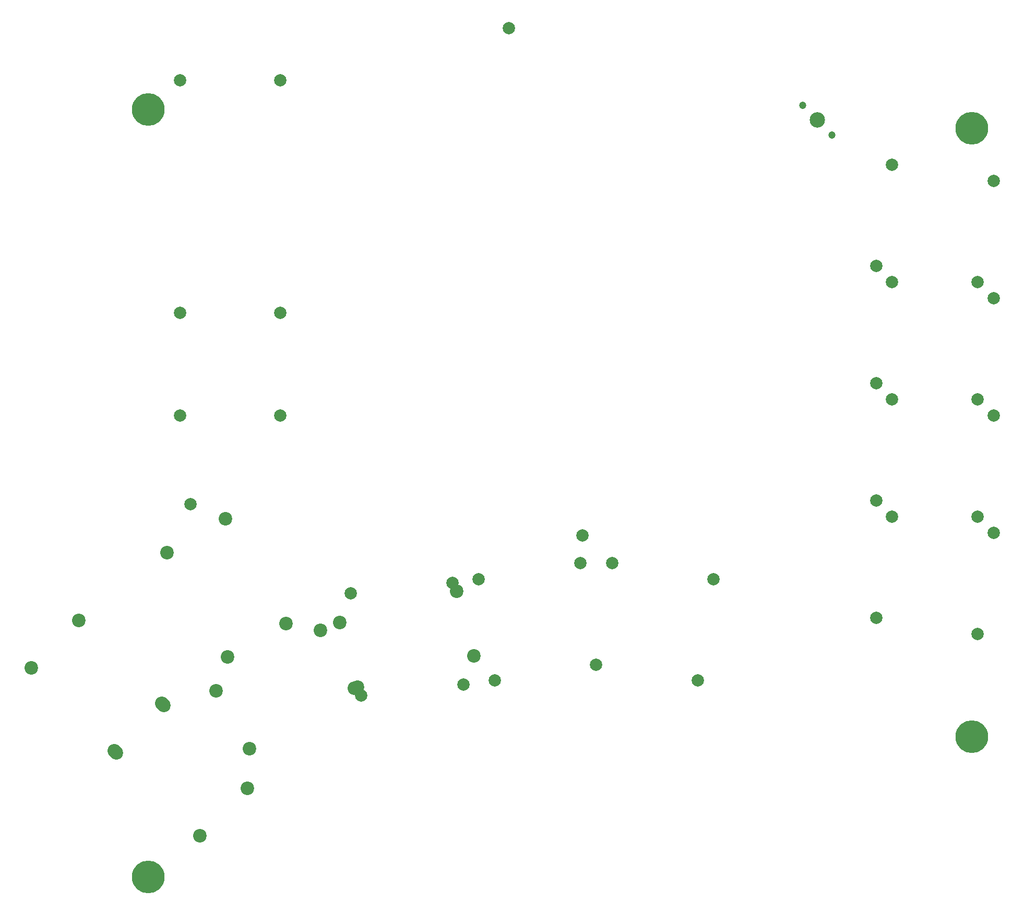
<source format=gbs>
%TF.GenerationSoftware,KiCad,Pcbnew,5.1.12-84ad8e8a86~92~ubuntu20.04.1*%
%TF.CreationDate,2021-11-14T20:48:01+01:00*%
%TF.ProjectId,LergoTopPlate,4c657267-6f54-46f7-9050-6c6174652e6b,v1.A*%
%TF.SameCoordinates,Original*%
%TF.FileFunction,Soldermask,Bot*%
%TF.FilePolarity,Negative*%
%FSLAX46Y46*%
G04 Gerber Fmt 4.6, Leading zero omitted, Abs format (unit mm)*
G04 Created by KiCad (PCBNEW 5.1.12-84ad8e8a86~92~ubuntu20.04.1) date 2021-11-14 20:48:01*
%MOMM*%
%LPD*%
G01*
G04 APERTURE LIST*
%ADD10C,2.000000*%
%ADD11C,2.200000*%
%ADD12C,5.300000*%
%ADD13C,1.200000*%
%ADD14C,2.500000*%
G04 APERTURE END LIST*
D10*
X171285000Y-125043750D03*
X190335000Y-111196250D03*
X187733750Y-127645000D03*
X173886250Y-108595000D03*
X152235000Y-111196250D03*
X171285000Y-125043750D03*
X168683750Y-108595000D03*
X154836250Y-127645000D03*
X133166555Y-130063080D03*
X147983445Y-111756920D03*
X149728080Y-128318445D03*
X131421920Y-113501555D03*
X216675000Y-117473750D03*
X235725000Y-103626250D03*
X233123750Y-120075000D03*
X219276250Y-101025000D03*
X216675000Y-98423750D03*
X235725000Y-84576250D03*
X233123750Y-101025000D03*
X219276250Y-81975000D03*
X216675000Y-79373750D03*
X235725000Y-65526250D03*
X233123750Y-81975000D03*
X219276250Y-62925000D03*
X216675000Y-60323750D03*
X235725000Y-46476250D03*
X233123750Y-62925000D03*
X219276250Y-43875000D03*
D11*
X93475079Y-139415762D03*
X79615787Y-125556470D03*
X101182543Y-131708298D03*
X87323251Y-117849006D03*
X111480544Y-123806366D03*
X101680544Y-106832268D03*
X120920220Y-118356366D03*
X111120220Y-101382268D03*
X106945463Y-152886146D03*
X93086171Y-139026854D03*
X114652927Y-145178682D03*
X100793635Y-131319390D03*
X109613333Y-129272263D03*
X126587431Y-119472263D03*
X115063333Y-138711939D03*
X132037431Y-128911939D03*
X151447503Y-123641122D03*
X132515357Y-128713975D03*
X148626375Y-113112531D03*
X129694229Y-118185384D03*
D12*
X232220381Y-136740000D03*
X98638899Y-159529137D03*
X98638899Y-34932171D03*
X232220381Y-37928844D03*
D13*
X209531250Y-39018750D03*
X204768750Y-34256250D03*
D14*
X207150000Y-36637500D03*
D10*
X120043750Y-84581250D03*
X103756250Y-30157500D03*
X103756250Y-67912500D03*
X120043750Y-67912500D03*
X120043750Y-30157500D03*
X103756250Y-84581250D03*
X105500000Y-99000000D03*
X169050000Y-104050000D03*
X157143750Y-21659375D03*
M02*

</source>
